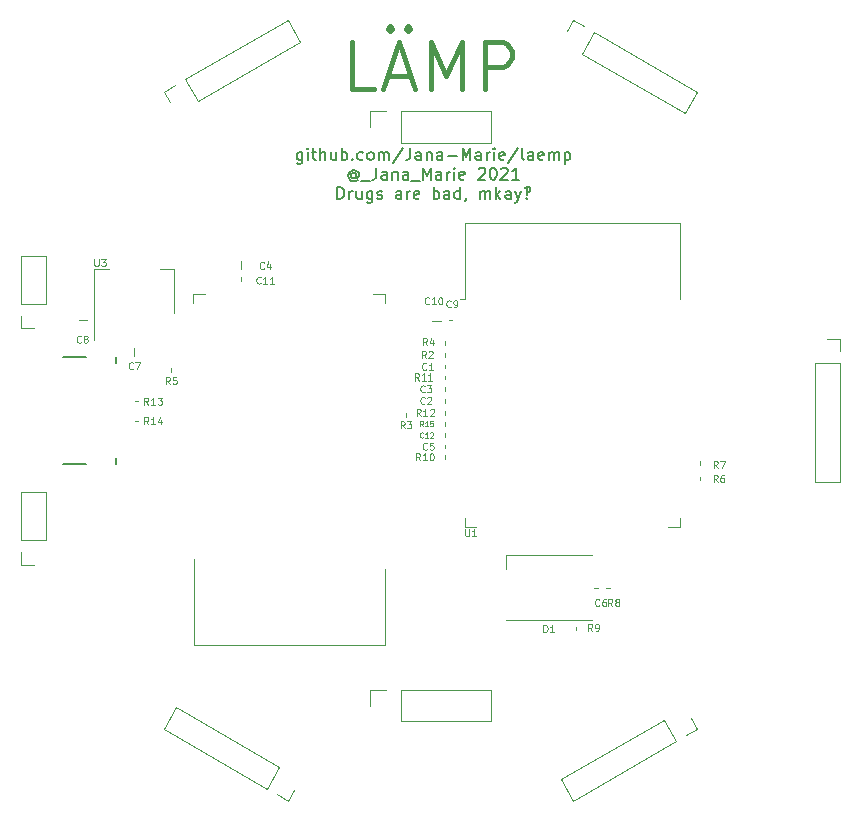
<source format=gto>
G04 #@! TF.GenerationSoftware,KiCad,Pcbnew,5.1.5+dfsg1-2build2*
G04 #@! TF.CreationDate,2021-12-29T19:23:25+01:00*
G04 #@! TF.ProjectId,hex_base,6865785f-6261-4736-952e-6b696361645f,rev?*
G04 #@! TF.SameCoordinates,Original*
G04 #@! TF.FileFunction,Legend,Top*
G04 #@! TF.FilePolarity,Positive*
%FSLAX46Y46*%
G04 Gerber Fmt 4.6, Leading zero omitted, Abs format (unit mm)*
G04 Created by KiCad (PCBNEW 5.1.5+dfsg1-2build2) date 2021-12-29 19:23:25*
%MOMM*%
%LPD*%
G04 APERTURE LIST*
%ADD10C,0.150000*%
%ADD11C,0.400000*%
%ADD12C,0.120000*%
%ADD13C,0.100000*%
G04 APERTURE END LIST*
D10*
X89130952Y-78135714D02*
X89130952Y-78945238D01*
X89083333Y-79040476D01*
X89035714Y-79088095D01*
X88940476Y-79135714D01*
X88797619Y-79135714D01*
X88702380Y-79088095D01*
X89130952Y-78754761D02*
X89035714Y-78802380D01*
X88845238Y-78802380D01*
X88750000Y-78754761D01*
X88702380Y-78707142D01*
X88654761Y-78611904D01*
X88654761Y-78326190D01*
X88702380Y-78230952D01*
X88750000Y-78183333D01*
X88845238Y-78135714D01*
X89035714Y-78135714D01*
X89130952Y-78183333D01*
X89607142Y-78802380D02*
X89607142Y-78135714D01*
X89607142Y-77802380D02*
X89559523Y-77850000D01*
X89607142Y-77897619D01*
X89654761Y-77850000D01*
X89607142Y-77802380D01*
X89607142Y-77897619D01*
X89940476Y-78135714D02*
X90321428Y-78135714D01*
X90083333Y-77802380D02*
X90083333Y-78659523D01*
X90130952Y-78754761D01*
X90226190Y-78802380D01*
X90321428Y-78802380D01*
X90654761Y-78802380D02*
X90654761Y-77802380D01*
X91083333Y-78802380D02*
X91083333Y-78278571D01*
X91035714Y-78183333D01*
X90940476Y-78135714D01*
X90797619Y-78135714D01*
X90702380Y-78183333D01*
X90654761Y-78230952D01*
X91988095Y-78135714D02*
X91988095Y-78802380D01*
X91559523Y-78135714D02*
X91559523Y-78659523D01*
X91607142Y-78754761D01*
X91702380Y-78802380D01*
X91845238Y-78802380D01*
X91940476Y-78754761D01*
X91988095Y-78707142D01*
X92464285Y-78802380D02*
X92464285Y-77802380D01*
X92464285Y-78183333D02*
X92559523Y-78135714D01*
X92750000Y-78135714D01*
X92845238Y-78183333D01*
X92892857Y-78230952D01*
X92940476Y-78326190D01*
X92940476Y-78611904D01*
X92892857Y-78707142D01*
X92845238Y-78754761D01*
X92750000Y-78802380D01*
X92559523Y-78802380D01*
X92464285Y-78754761D01*
X93369047Y-78707142D02*
X93416666Y-78754761D01*
X93369047Y-78802380D01*
X93321428Y-78754761D01*
X93369047Y-78707142D01*
X93369047Y-78802380D01*
X94273809Y-78754761D02*
X94178571Y-78802380D01*
X93988095Y-78802380D01*
X93892857Y-78754761D01*
X93845238Y-78707142D01*
X93797619Y-78611904D01*
X93797619Y-78326190D01*
X93845238Y-78230952D01*
X93892857Y-78183333D01*
X93988095Y-78135714D01*
X94178571Y-78135714D01*
X94273809Y-78183333D01*
X94845238Y-78802380D02*
X94750000Y-78754761D01*
X94702380Y-78707142D01*
X94654761Y-78611904D01*
X94654761Y-78326190D01*
X94702380Y-78230952D01*
X94750000Y-78183333D01*
X94845238Y-78135714D01*
X94988095Y-78135714D01*
X95083333Y-78183333D01*
X95130952Y-78230952D01*
X95178571Y-78326190D01*
X95178571Y-78611904D01*
X95130952Y-78707142D01*
X95083333Y-78754761D01*
X94988095Y-78802380D01*
X94845238Y-78802380D01*
X95607142Y-78802380D02*
X95607142Y-78135714D01*
X95607142Y-78230952D02*
X95654761Y-78183333D01*
X95750000Y-78135714D01*
X95892857Y-78135714D01*
X95988095Y-78183333D01*
X96035714Y-78278571D01*
X96035714Y-78802380D01*
X96035714Y-78278571D02*
X96083333Y-78183333D01*
X96178571Y-78135714D01*
X96321428Y-78135714D01*
X96416666Y-78183333D01*
X96464285Y-78278571D01*
X96464285Y-78802380D01*
X97654761Y-77754761D02*
X96797619Y-79040476D01*
X98273809Y-77802380D02*
X98273809Y-78516666D01*
X98226190Y-78659523D01*
X98130952Y-78754761D01*
X97988095Y-78802380D01*
X97892857Y-78802380D01*
X99178571Y-78802380D02*
X99178571Y-78278571D01*
X99130952Y-78183333D01*
X99035714Y-78135714D01*
X98845238Y-78135714D01*
X98750000Y-78183333D01*
X99178571Y-78754761D02*
X99083333Y-78802380D01*
X98845238Y-78802380D01*
X98750000Y-78754761D01*
X98702380Y-78659523D01*
X98702380Y-78564285D01*
X98750000Y-78469047D01*
X98845238Y-78421428D01*
X99083333Y-78421428D01*
X99178571Y-78373809D01*
X99654761Y-78135714D02*
X99654761Y-78802380D01*
X99654761Y-78230952D02*
X99702380Y-78183333D01*
X99797619Y-78135714D01*
X99940476Y-78135714D01*
X100035714Y-78183333D01*
X100083333Y-78278571D01*
X100083333Y-78802380D01*
X100988095Y-78802380D02*
X100988095Y-78278571D01*
X100940476Y-78183333D01*
X100845238Y-78135714D01*
X100654761Y-78135714D01*
X100559523Y-78183333D01*
X100988095Y-78754761D02*
X100892857Y-78802380D01*
X100654761Y-78802380D01*
X100559523Y-78754761D01*
X100511904Y-78659523D01*
X100511904Y-78564285D01*
X100559523Y-78469047D01*
X100654761Y-78421428D01*
X100892857Y-78421428D01*
X100988095Y-78373809D01*
X101464285Y-78421428D02*
X102226190Y-78421428D01*
X102702380Y-78802380D02*
X102702380Y-77802380D01*
X103035714Y-78516666D01*
X103369047Y-77802380D01*
X103369047Y-78802380D01*
X104273809Y-78802380D02*
X104273809Y-78278571D01*
X104226190Y-78183333D01*
X104130952Y-78135714D01*
X103940476Y-78135714D01*
X103845238Y-78183333D01*
X104273809Y-78754761D02*
X104178571Y-78802380D01*
X103940476Y-78802380D01*
X103845238Y-78754761D01*
X103797619Y-78659523D01*
X103797619Y-78564285D01*
X103845238Y-78469047D01*
X103940476Y-78421428D01*
X104178571Y-78421428D01*
X104273809Y-78373809D01*
X104750000Y-78802380D02*
X104750000Y-78135714D01*
X104750000Y-78326190D02*
X104797619Y-78230952D01*
X104845238Y-78183333D01*
X104940476Y-78135714D01*
X105035714Y-78135714D01*
X105369047Y-78802380D02*
X105369047Y-78135714D01*
X105369047Y-77802380D02*
X105321428Y-77850000D01*
X105369047Y-77897619D01*
X105416666Y-77850000D01*
X105369047Y-77802380D01*
X105369047Y-77897619D01*
X106226190Y-78754761D02*
X106130952Y-78802380D01*
X105940476Y-78802380D01*
X105845238Y-78754761D01*
X105797619Y-78659523D01*
X105797619Y-78278571D01*
X105845238Y-78183333D01*
X105940476Y-78135714D01*
X106130952Y-78135714D01*
X106226190Y-78183333D01*
X106273809Y-78278571D01*
X106273809Y-78373809D01*
X105797619Y-78469047D01*
X107416666Y-77754761D02*
X106559523Y-79040476D01*
X107892857Y-78802380D02*
X107797619Y-78754761D01*
X107750000Y-78659523D01*
X107750000Y-77802380D01*
X108702380Y-78802380D02*
X108702380Y-78278571D01*
X108654761Y-78183333D01*
X108559523Y-78135714D01*
X108369047Y-78135714D01*
X108273809Y-78183333D01*
X108702380Y-78754761D02*
X108607142Y-78802380D01*
X108369047Y-78802380D01*
X108273809Y-78754761D01*
X108226190Y-78659523D01*
X108226190Y-78564285D01*
X108273809Y-78469047D01*
X108369047Y-78421428D01*
X108607142Y-78421428D01*
X108702380Y-78373809D01*
X109559523Y-78754761D02*
X109464285Y-78802380D01*
X109273809Y-78802380D01*
X109178571Y-78754761D01*
X109130952Y-78659523D01*
X109130952Y-78278571D01*
X109178571Y-78183333D01*
X109273809Y-78135714D01*
X109464285Y-78135714D01*
X109559523Y-78183333D01*
X109607142Y-78278571D01*
X109607142Y-78373809D01*
X109130952Y-78469047D01*
X110035714Y-78802380D02*
X110035714Y-78135714D01*
X110035714Y-78230952D02*
X110083333Y-78183333D01*
X110178571Y-78135714D01*
X110321428Y-78135714D01*
X110416666Y-78183333D01*
X110464285Y-78278571D01*
X110464285Y-78802380D01*
X110464285Y-78278571D02*
X110511904Y-78183333D01*
X110607142Y-78135714D01*
X110750000Y-78135714D01*
X110845238Y-78183333D01*
X110892857Y-78278571D01*
X110892857Y-78802380D01*
X111369047Y-78135714D02*
X111369047Y-79135714D01*
X111369047Y-78183333D02*
X111464285Y-78135714D01*
X111654761Y-78135714D01*
X111750000Y-78183333D01*
X111797619Y-78230952D01*
X111845238Y-78326190D01*
X111845238Y-78611904D01*
X111797619Y-78707142D01*
X111750000Y-78754761D01*
X111654761Y-78802380D01*
X111464285Y-78802380D01*
X111369047Y-78754761D01*
X93678571Y-79976190D02*
X93630952Y-79928571D01*
X93535714Y-79880952D01*
X93440476Y-79880952D01*
X93345238Y-79928571D01*
X93297619Y-79976190D01*
X93250000Y-80071428D01*
X93250000Y-80166666D01*
X93297619Y-80261904D01*
X93345238Y-80309523D01*
X93440476Y-80357142D01*
X93535714Y-80357142D01*
X93630952Y-80309523D01*
X93678571Y-80261904D01*
X93678571Y-79880952D02*
X93678571Y-80261904D01*
X93726190Y-80309523D01*
X93773809Y-80309523D01*
X93869047Y-80261904D01*
X93916666Y-80166666D01*
X93916666Y-79928571D01*
X93821428Y-79785714D01*
X93678571Y-79690476D01*
X93488095Y-79642857D01*
X93297619Y-79690476D01*
X93154761Y-79785714D01*
X93059523Y-79928571D01*
X93011904Y-80119047D01*
X93059523Y-80309523D01*
X93154761Y-80452380D01*
X93297619Y-80547619D01*
X93488095Y-80595238D01*
X93678571Y-80547619D01*
X93821428Y-80452380D01*
X94107142Y-80547619D02*
X94869047Y-80547619D01*
X95392857Y-79452380D02*
X95392857Y-80166666D01*
X95345238Y-80309523D01*
X95250000Y-80404761D01*
X95107142Y-80452380D01*
X95011904Y-80452380D01*
X96297619Y-80452380D02*
X96297619Y-79928571D01*
X96250000Y-79833333D01*
X96154761Y-79785714D01*
X95964285Y-79785714D01*
X95869047Y-79833333D01*
X96297619Y-80404761D02*
X96202380Y-80452380D01*
X95964285Y-80452380D01*
X95869047Y-80404761D01*
X95821428Y-80309523D01*
X95821428Y-80214285D01*
X95869047Y-80119047D01*
X95964285Y-80071428D01*
X96202380Y-80071428D01*
X96297619Y-80023809D01*
X96773809Y-79785714D02*
X96773809Y-80452380D01*
X96773809Y-79880952D02*
X96821428Y-79833333D01*
X96916666Y-79785714D01*
X97059523Y-79785714D01*
X97154761Y-79833333D01*
X97202380Y-79928571D01*
X97202380Y-80452380D01*
X98107142Y-80452380D02*
X98107142Y-79928571D01*
X98059523Y-79833333D01*
X97964285Y-79785714D01*
X97773809Y-79785714D01*
X97678571Y-79833333D01*
X98107142Y-80404761D02*
X98011904Y-80452380D01*
X97773809Y-80452380D01*
X97678571Y-80404761D01*
X97630952Y-80309523D01*
X97630952Y-80214285D01*
X97678571Y-80119047D01*
X97773809Y-80071428D01*
X98011904Y-80071428D01*
X98107142Y-80023809D01*
X98345238Y-80547619D02*
X99107142Y-80547619D01*
X99345238Y-80452380D02*
X99345238Y-79452380D01*
X99678571Y-80166666D01*
X100011904Y-79452380D01*
X100011904Y-80452380D01*
X100916666Y-80452380D02*
X100916666Y-79928571D01*
X100869047Y-79833333D01*
X100773809Y-79785714D01*
X100583333Y-79785714D01*
X100488095Y-79833333D01*
X100916666Y-80404761D02*
X100821428Y-80452380D01*
X100583333Y-80452380D01*
X100488095Y-80404761D01*
X100440476Y-80309523D01*
X100440476Y-80214285D01*
X100488095Y-80119047D01*
X100583333Y-80071428D01*
X100821428Y-80071428D01*
X100916666Y-80023809D01*
X101392857Y-80452380D02*
X101392857Y-79785714D01*
X101392857Y-79976190D02*
X101440476Y-79880952D01*
X101488095Y-79833333D01*
X101583333Y-79785714D01*
X101678571Y-79785714D01*
X102011904Y-80452380D02*
X102011904Y-79785714D01*
X102011904Y-79452380D02*
X101964285Y-79500000D01*
X102011904Y-79547619D01*
X102059523Y-79500000D01*
X102011904Y-79452380D01*
X102011904Y-79547619D01*
X102869047Y-80404761D02*
X102773809Y-80452380D01*
X102583333Y-80452380D01*
X102488095Y-80404761D01*
X102440476Y-80309523D01*
X102440476Y-79928571D01*
X102488095Y-79833333D01*
X102583333Y-79785714D01*
X102773809Y-79785714D01*
X102869047Y-79833333D01*
X102916666Y-79928571D01*
X102916666Y-80023809D01*
X102440476Y-80119047D01*
X104059523Y-79547619D02*
X104107142Y-79500000D01*
X104202380Y-79452380D01*
X104440476Y-79452380D01*
X104535714Y-79500000D01*
X104583333Y-79547619D01*
X104630952Y-79642857D01*
X104630952Y-79738095D01*
X104583333Y-79880952D01*
X104011904Y-80452380D01*
X104630952Y-80452380D01*
X105250000Y-79452380D02*
X105345238Y-79452380D01*
X105440476Y-79500000D01*
X105488095Y-79547619D01*
X105535714Y-79642857D01*
X105583333Y-79833333D01*
X105583333Y-80071428D01*
X105535714Y-80261904D01*
X105488095Y-80357142D01*
X105440476Y-80404761D01*
X105345238Y-80452380D01*
X105250000Y-80452380D01*
X105154761Y-80404761D01*
X105107142Y-80357142D01*
X105059523Y-80261904D01*
X105011904Y-80071428D01*
X105011904Y-79833333D01*
X105059523Y-79642857D01*
X105107142Y-79547619D01*
X105154761Y-79500000D01*
X105250000Y-79452380D01*
X105964285Y-79547619D02*
X106011904Y-79500000D01*
X106107142Y-79452380D01*
X106345238Y-79452380D01*
X106440476Y-79500000D01*
X106488095Y-79547619D01*
X106535714Y-79642857D01*
X106535714Y-79738095D01*
X106488095Y-79880952D01*
X105916666Y-80452380D01*
X106535714Y-80452380D01*
X107488095Y-80452380D02*
X106916666Y-80452380D01*
X107202380Y-80452380D02*
X107202380Y-79452380D01*
X107107142Y-79595238D01*
X107011904Y-79690476D01*
X106916666Y-79738095D01*
X92107142Y-82102380D02*
X92107142Y-81102380D01*
X92345238Y-81102380D01*
X92488095Y-81150000D01*
X92583333Y-81245238D01*
X92630952Y-81340476D01*
X92678571Y-81530952D01*
X92678571Y-81673809D01*
X92630952Y-81864285D01*
X92583333Y-81959523D01*
X92488095Y-82054761D01*
X92345238Y-82102380D01*
X92107142Y-82102380D01*
X93107142Y-82102380D02*
X93107142Y-81435714D01*
X93107142Y-81626190D02*
X93154761Y-81530952D01*
X93202380Y-81483333D01*
X93297619Y-81435714D01*
X93392857Y-81435714D01*
X94154761Y-81435714D02*
X94154761Y-82102380D01*
X93726190Y-81435714D02*
X93726190Y-81959523D01*
X93773809Y-82054761D01*
X93869047Y-82102380D01*
X94011904Y-82102380D01*
X94107142Y-82054761D01*
X94154761Y-82007142D01*
X95059523Y-81435714D02*
X95059523Y-82245238D01*
X95011904Y-82340476D01*
X94964285Y-82388095D01*
X94869047Y-82435714D01*
X94726190Y-82435714D01*
X94630952Y-82388095D01*
X95059523Y-82054761D02*
X94964285Y-82102380D01*
X94773809Y-82102380D01*
X94678571Y-82054761D01*
X94630952Y-82007142D01*
X94583333Y-81911904D01*
X94583333Y-81626190D01*
X94630952Y-81530952D01*
X94678571Y-81483333D01*
X94773809Y-81435714D01*
X94964285Y-81435714D01*
X95059523Y-81483333D01*
X95488095Y-82054761D02*
X95583333Y-82102380D01*
X95773809Y-82102380D01*
X95869047Y-82054761D01*
X95916666Y-81959523D01*
X95916666Y-81911904D01*
X95869047Y-81816666D01*
X95773809Y-81769047D01*
X95630952Y-81769047D01*
X95535714Y-81721428D01*
X95488095Y-81626190D01*
X95488095Y-81578571D01*
X95535714Y-81483333D01*
X95630952Y-81435714D01*
X95773809Y-81435714D01*
X95869047Y-81483333D01*
X97535714Y-82102380D02*
X97535714Y-81578571D01*
X97488095Y-81483333D01*
X97392857Y-81435714D01*
X97202380Y-81435714D01*
X97107142Y-81483333D01*
X97535714Y-82054761D02*
X97440476Y-82102380D01*
X97202380Y-82102380D01*
X97107142Y-82054761D01*
X97059523Y-81959523D01*
X97059523Y-81864285D01*
X97107142Y-81769047D01*
X97202380Y-81721428D01*
X97440476Y-81721428D01*
X97535714Y-81673809D01*
X98011904Y-82102380D02*
X98011904Y-81435714D01*
X98011904Y-81626190D02*
X98059523Y-81530952D01*
X98107142Y-81483333D01*
X98202380Y-81435714D01*
X98297619Y-81435714D01*
X99011904Y-82054761D02*
X98916666Y-82102380D01*
X98726190Y-82102380D01*
X98630952Y-82054761D01*
X98583333Y-81959523D01*
X98583333Y-81578571D01*
X98630952Y-81483333D01*
X98726190Y-81435714D01*
X98916666Y-81435714D01*
X99011904Y-81483333D01*
X99059523Y-81578571D01*
X99059523Y-81673809D01*
X98583333Y-81769047D01*
X100250000Y-82102380D02*
X100250000Y-81102380D01*
X100250000Y-81483333D02*
X100345238Y-81435714D01*
X100535714Y-81435714D01*
X100630952Y-81483333D01*
X100678571Y-81530952D01*
X100726190Y-81626190D01*
X100726190Y-81911904D01*
X100678571Y-82007142D01*
X100630952Y-82054761D01*
X100535714Y-82102380D01*
X100345238Y-82102380D01*
X100250000Y-82054761D01*
X101583333Y-82102380D02*
X101583333Y-81578571D01*
X101535714Y-81483333D01*
X101440476Y-81435714D01*
X101250000Y-81435714D01*
X101154761Y-81483333D01*
X101583333Y-82054761D02*
X101488095Y-82102380D01*
X101250000Y-82102380D01*
X101154761Y-82054761D01*
X101107142Y-81959523D01*
X101107142Y-81864285D01*
X101154761Y-81769047D01*
X101250000Y-81721428D01*
X101488095Y-81721428D01*
X101583333Y-81673809D01*
X102488095Y-82102380D02*
X102488095Y-81102380D01*
X102488095Y-82054761D02*
X102392857Y-82102380D01*
X102202380Y-82102380D01*
X102107142Y-82054761D01*
X102059523Y-82007142D01*
X102011904Y-81911904D01*
X102011904Y-81626190D01*
X102059523Y-81530952D01*
X102107142Y-81483333D01*
X102202380Y-81435714D01*
X102392857Y-81435714D01*
X102488095Y-81483333D01*
X103011904Y-82054761D02*
X103011904Y-82102380D01*
X102964285Y-82197619D01*
X102916666Y-82245238D01*
X104202380Y-82102380D02*
X104202380Y-81435714D01*
X104202380Y-81530952D02*
X104250000Y-81483333D01*
X104345238Y-81435714D01*
X104488095Y-81435714D01*
X104583333Y-81483333D01*
X104630952Y-81578571D01*
X104630952Y-82102380D01*
X104630952Y-81578571D02*
X104678571Y-81483333D01*
X104773809Y-81435714D01*
X104916666Y-81435714D01*
X105011904Y-81483333D01*
X105059523Y-81578571D01*
X105059523Y-82102380D01*
X105535714Y-82102380D02*
X105535714Y-81102380D01*
X105630952Y-81721428D02*
X105916666Y-82102380D01*
X105916666Y-81435714D02*
X105535714Y-81816666D01*
X106773809Y-82102380D02*
X106773809Y-81578571D01*
X106726190Y-81483333D01*
X106630952Y-81435714D01*
X106440476Y-81435714D01*
X106345238Y-81483333D01*
X106773809Y-82054761D02*
X106678571Y-82102380D01*
X106440476Y-82102380D01*
X106345238Y-82054761D01*
X106297619Y-81959523D01*
X106297619Y-81864285D01*
X106345238Y-81769047D01*
X106440476Y-81721428D01*
X106678571Y-81721428D01*
X106773809Y-81673809D01*
X107154761Y-81435714D02*
X107392857Y-82102380D01*
X107630952Y-81435714D02*
X107392857Y-82102380D01*
X107297619Y-82340476D01*
X107250000Y-82388095D01*
X107154761Y-82435714D01*
X108154761Y-81102380D02*
X108154761Y-81721428D01*
X108154761Y-82007142D02*
X108202380Y-82054761D01*
X108154761Y-82102380D01*
X108107142Y-82054761D01*
X108154761Y-82007142D01*
X108154761Y-82102380D01*
X108154761Y-82007142D02*
X108202380Y-82054761D01*
X108154761Y-82102380D01*
X108107142Y-82054761D01*
X108154761Y-82007142D01*
X108154761Y-82102380D01*
X107964285Y-81150000D02*
X108059523Y-81102380D01*
X108297619Y-81102380D01*
X108392857Y-81150000D01*
X108440476Y-81245238D01*
X108440476Y-81340476D01*
X108392857Y-81435714D01*
X108345238Y-81483333D01*
X108250000Y-81530952D01*
X108202380Y-81578571D01*
X108154761Y-81673809D01*
X108154761Y-81721428D01*
X107964285Y-81150000D02*
X108059523Y-81102380D01*
X108297619Y-81102380D01*
X108392857Y-81150000D01*
X108440476Y-81245238D01*
X108440476Y-81340476D01*
X108392857Y-81435714D01*
X108345238Y-81483333D01*
X108250000Y-81530952D01*
X108202380Y-81578571D01*
X108154761Y-81673809D01*
X108154761Y-81721428D01*
D11*
X95238095Y-72809523D02*
X93333333Y-72809523D01*
X93333333Y-68809523D01*
X96380952Y-71666666D02*
X98285714Y-71666666D01*
X96000000Y-72809523D02*
X97333333Y-68809523D01*
X98666666Y-72809523D01*
X96571428Y-67476190D02*
X96761904Y-67666666D01*
X96571428Y-67857142D01*
X96380952Y-67666666D01*
X96571428Y-67476190D01*
X96571428Y-67857142D01*
X98095238Y-67476190D02*
X98285714Y-67666666D01*
X98095238Y-67857142D01*
X97904761Y-67666666D01*
X98095238Y-67476190D01*
X98095238Y-67857142D01*
X100000000Y-72809523D02*
X100000000Y-68809523D01*
X101333333Y-71666666D01*
X102666666Y-68809523D01*
X102666666Y-72809523D01*
X104571428Y-72809523D02*
X104571428Y-68809523D01*
X106095238Y-68809523D01*
X106476190Y-69000000D01*
X106666666Y-69190476D01*
X106857142Y-69571428D01*
X106857142Y-70142857D01*
X106666666Y-70523809D01*
X106476190Y-70714285D01*
X106095238Y-70904761D01*
X104571428Y-70904761D01*
D12*
X101200000Y-101000000D02*
X101200000Y-101300000D01*
X101200000Y-101950000D02*
X101200000Y-102250000D01*
X94860000Y-125000000D02*
X94860000Y-123670000D01*
X94860000Y-123670000D02*
X96190000Y-123670000D01*
X97460000Y-123670000D02*
X105140000Y-123670000D01*
X105140000Y-126330000D02*
X105140000Y-123670000D01*
X97460000Y-126330000D02*
X105140000Y-126330000D01*
X97460000Y-126330000D02*
X97460000Y-123670000D01*
X94860000Y-76000000D02*
X94860000Y-74670000D01*
X94860000Y-74670000D02*
X96190000Y-74670000D01*
X97460000Y-74670000D02*
X105140000Y-74670000D01*
X105140000Y-77330000D02*
X105140000Y-74670000D01*
X97460000Y-77330000D02*
X105140000Y-77330000D01*
X97460000Y-77330000D02*
X97460000Y-74670000D01*
X88448114Y-132130000D02*
X87918114Y-133047987D01*
X87918114Y-133047987D02*
X87000127Y-132517987D01*
X86134102Y-132017987D02*
X77421886Y-126987987D01*
X78481886Y-125152013D02*
X77421886Y-126987987D01*
X87194102Y-130182013D02*
X78481886Y-125152013D01*
X87194102Y-130182013D02*
X86134102Y-132017987D01*
X122048114Y-126070000D02*
X122578114Y-126987987D01*
X122578114Y-126987987D02*
X121660127Y-127517987D01*
X120794102Y-128017987D02*
X112081886Y-133047987D01*
X111021886Y-131212013D02*
X112081886Y-133047987D01*
X119734102Y-126182013D02*
X111021886Y-131212013D01*
X119734102Y-126182013D02*
X120794102Y-128017987D01*
X133600000Y-93940000D02*
X134660000Y-93940000D01*
X134660000Y-93940000D02*
X134660000Y-95000000D01*
X134660000Y-96000000D02*
X134660000Y-106060000D01*
X132540000Y-106060000D02*
X134660000Y-106060000D01*
X132540000Y-96000000D02*
X132540000Y-106060000D01*
X132540000Y-96000000D02*
X134660000Y-96000000D01*
X111551886Y-67870000D02*
X112081886Y-66952013D01*
X112081886Y-66952013D02*
X112999873Y-67482013D01*
X113865898Y-67982013D02*
X122578114Y-73012013D01*
X121518114Y-74847987D02*
X122578114Y-73012013D01*
X112805898Y-69817987D02*
X121518114Y-74847987D01*
X112805898Y-69817987D02*
X113865898Y-67982013D01*
X77951886Y-73930000D02*
X77421886Y-73012013D01*
X77421886Y-73012013D02*
X78339873Y-72482013D01*
X79205898Y-71982013D02*
X87918114Y-66952013D01*
X88978114Y-68787987D02*
X87918114Y-66952013D01*
X80265898Y-73817987D02*
X88978114Y-68787987D01*
X80265898Y-73817987D02*
X79205898Y-71982013D01*
X66400000Y-93060000D02*
X65340000Y-93060000D01*
X65340000Y-93060000D02*
X65340000Y-92000000D01*
X65340000Y-91000000D02*
X65340000Y-86940000D01*
X67460000Y-86940000D02*
X65340000Y-86940000D01*
X67460000Y-91000000D02*
X67460000Y-86940000D01*
X67460000Y-91000000D02*
X65340000Y-91000000D01*
X66400000Y-113060000D02*
X65340000Y-113060000D01*
X65340000Y-113060000D02*
X65340000Y-112000000D01*
X65340000Y-111000000D02*
X65340000Y-106940000D01*
X67460000Y-106940000D02*
X65340000Y-106940000D01*
X67460000Y-111000000D02*
X67460000Y-106940000D01*
X67460000Y-111000000D02*
X65340000Y-111000000D01*
X83925000Y-88725000D02*
X83925000Y-89025000D01*
X100850000Y-92400000D02*
X100150000Y-92400000D01*
X101825000Y-92375000D02*
X101525000Y-92375000D01*
X71490000Y-94025000D02*
X71490000Y-88015000D01*
X78310000Y-91775000D02*
X78310000Y-88015000D01*
X71490000Y-88015000D02*
X72750000Y-88015000D01*
X78310000Y-88015000D02*
X77050000Y-88015000D01*
X96120000Y-119865000D02*
X96120000Y-113445000D01*
X80000000Y-119865000D02*
X80000000Y-112580000D01*
X96120000Y-119865000D02*
X80000000Y-119865000D01*
X79880000Y-90120000D02*
X80880000Y-90120000D01*
X79880000Y-90900000D02*
X79880000Y-90120000D01*
X96120000Y-90120000D02*
X95120000Y-90120000D01*
X96120000Y-90900000D02*
X96120000Y-90120000D01*
X102880000Y-90555000D02*
X102500000Y-90555000D01*
X102880000Y-84135000D02*
X102880000Y-90555000D01*
X121120000Y-84135000D02*
X121120000Y-90555000D01*
X102880000Y-84135000D02*
X121120000Y-84135000D01*
X121120000Y-109880000D02*
X120120000Y-109880000D01*
X121120000Y-109100000D02*
X121120000Y-109880000D01*
X102880000Y-109880000D02*
X103880000Y-109880000D01*
X102880000Y-109100000D02*
X102880000Y-109880000D01*
X75250000Y-100900000D02*
X74950000Y-100900000D01*
X74950000Y-99200000D02*
X75250000Y-99200000D01*
X101200000Y-100050000D02*
X101200000Y-100350000D01*
X101200000Y-97050000D02*
X101200000Y-97350000D01*
X101200000Y-103800000D02*
X101200000Y-104100000D01*
X112350000Y-118600000D02*
X112350000Y-118300000D01*
X114850000Y-115000000D02*
X115150000Y-115000000D01*
X122825000Y-104600000D02*
X122825000Y-104300000D01*
X122800000Y-105900000D02*
X122800000Y-105600000D01*
X78025000Y-96750000D02*
X78025000Y-96450000D01*
X101250000Y-94450000D02*
X101250000Y-94150000D01*
X97900000Y-100225000D02*
X97900000Y-100525000D01*
X101200000Y-95450000D02*
X101200000Y-95150000D01*
D10*
X73350000Y-104000000D02*
X73350000Y-104500000D01*
X73350000Y-95500000D02*
X73350000Y-96000000D01*
X70850000Y-95500000D02*
X68850000Y-95500000D01*
X68850000Y-104500000D02*
X70850000Y-104500000D01*
D12*
X106350000Y-112250000D02*
X106350000Y-113400000D01*
X113650000Y-112250000D02*
X106350000Y-112250000D01*
X113650000Y-117750000D02*
X106350000Y-117750000D01*
X70250000Y-92325000D02*
X70950000Y-92325000D01*
X74900000Y-94675000D02*
X74900000Y-95375000D01*
X113850000Y-115000000D02*
X114150000Y-115000000D01*
X101200000Y-102900000D02*
X101200000Y-103200000D01*
X83925000Y-87350000D02*
X83925000Y-88050000D01*
X101200000Y-98050000D02*
X101200000Y-98350000D01*
X101200000Y-99050000D02*
X101200000Y-99350000D01*
X101200000Y-96150000D02*
X101200000Y-96450000D01*
D13*
X99360714Y-101353571D02*
X99210714Y-101139285D01*
X99103571Y-101353571D02*
X99103571Y-100903571D01*
X99275000Y-100903571D01*
X99317857Y-100925000D01*
X99339285Y-100946428D01*
X99360714Y-100989285D01*
X99360714Y-101053571D01*
X99339285Y-101096428D01*
X99317857Y-101117857D01*
X99275000Y-101139285D01*
X99103571Y-101139285D01*
X99789285Y-101353571D02*
X99532142Y-101353571D01*
X99660714Y-101353571D02*
X99660714Y-100903571D01*
X99617857Y-100967857D01*
X99575000Y-101010714D01*
X99532142Y-101032142D01*
X100196428Y-100903571D02*
X99982142Y-100903571D01*
X99960714Y-101117857D01*
X99982142Y-101096428D01*
X100025000Y-101075000D01*
X100132142Y-101075000D01*
X100175000Y-101096428D01*
X100196428Y-101117857D01*
X100217857Y-101160714D01*
X100217857Y-101267857D01*
X100196428Y-101310714D01*
X100175000Y-101332142D01*
X100132142Y-101353571D01*
X100025000Y-101353571D01*
X99982142Y-101332142D01*
X99960714Y-101310714D01*
X99360714Y-102260714D02*
X99339285Y-102282142D01*
X99275000Y-102303571D01*
X99232142Y-102303571D01*
X99167857Y-102282142D01*
X99125000Y-102239285D01*
X99103571Y-102196428D01*
X99082142Y-102110714D01*
X99082142Y-102046428D01*
X99103571Y-101960714D01*
X99125000Y-101917857D01*
X99167857Y-101875000D01*
X99232142Y-101853571D01*
X99275000Y-101853571D01*
X99339285Y-101875000D01*
X99360714Y-101896428D01*
X99789285Y-102303571D02*
X99532142Y-102303571D01*
X99660714Y-102303571D02*
X99660714Y-101853571D01*
X99617857Y-101917857D01*
X99575000Y-101960714D01*
X99532142Y-101982142D01*
X99960714Y-101896428D02*
X99982142Y-101875000D01*
X100025000Y-101853571D01*
X100132142Y-101853571D01*
X100175000Y-101875000D01*
X100196428Y-101896428D01*
X100217857Y-101939285D01*
X100217857Y-101982142D01*
X100196428Y-102046428D01*
X99939285Y-102303571D01*
X100217857Y-102303571D01*
X85614285Y-89214285D02*
X85585714Y-89242857D01*
X85500000Y-89271428D01*
X85442857Y-89271428D01*
X85357142Y-89242857D01*
X85300000Y-89185714D01*
X85271428Y-89128571D01*
X85242857Y-89014285D01*
X85242857Y-88928571D01*
X85271428Y-88814285D01*
X85300000Y-88757142D01*
X85357142Y-88700000D01*
X85442857Y-88671428D01*
X85500000Y-88671428D01*
X85585714Y-88700000D01*
X85614285Y-88728571D01*
X86185714Y-89271428D02*
X85842857Y-89271428D01*
X86014285Y-89271428D02*
X86014285Y-88671428D01*
X85957142Y-88757142D01*
X85900000Y-88814285D01*
X85842857Y-88842857D01*
X86757142Y-89271428D02*
X86414285Y-89271428D01*
X86585714Y-89271428D02*
X86585714Y-88671428D01*
X86528571Y-88757142D01*
X86471428Y-88814285D01*
X86414285Y-88842857D01*
X99864285Y-90964285D02*
X99835714Y-90992857D01*
X99750000Y-91021428D01*
X99692857Y-91021428D01*
X99607142Y-90992857D01*
X99550000Y-90935714D01*
X99521428Y-90878571D01*
X99492857Y-90764285D01*
X99492857Y-90678571D01*
X99521428Y-90564285D01*
X99550000Y-90507142D01*
X99607142Y-90450000D01*
X99692857Y-90421428D01*
X99750000Y-90421428D01*
X99835714Y-90450000D01*
X99864285Y-90478571D01*
X100435714Y-91021428D02*
X100092857Y-91021428D01*
X100264285Y-91021428D02*
X100264285Y-90421428D01*
X100207142Y-90507142D01*
X100150000Y-90564285D01*
X100092857Y-90592857D01*
X100807142Y-90421428D02*
X100864285Y-90421428D01*
X100921428Y-90450000D01*
X100950000Y-90478571D01*
X100978571Y-90535714D01*
X101007142Y-90650000D01*
X101007142Y-90792857D01*
X100978571Y-90907142D01*
X100950000Y-90964285D01*
X100921428Y-90992857D01*
X100864285Y-91021428D01*
X100807142Y-91021428D01*
X100750000Y-90992857D01*
X100721428Y-90964285D01*
X100692857Y-90907142D01*
X100664285Y-90792857D01*
X100664285Y-90650000D01*
X100692857Y-90535714D01*
X100721428Y-90478571D01*
X100750000Y-90450000D01*
X100807142Y-90421428D01*
X101700000Y-91214285D02*
X101671428Y-91242857D01*
X101585714Y-91271428D01*
X101528571Y-91271428D01*
X101442857Y-91242857D01*
X101385714Y-91185714D01*
X101357142Y-91128571D01*
X101328571Y-91014285D01*
X101328571Y-90928571D01*
X101357142Y-90814285D01*
X101385714Y-90757142D01*
X101442857Y-90700000D01*
X101528571Y-90671428D01*
X101585714Y-90671428D01*
X101671428Y-90700000D01*
X101700000Y-90728571D01*
X101985714Y-91271428D02*
X102100000Y-91271428D01*
X102157142Y-91242857D01*
X102185714Y-91214285D01*
X102242857Y-91128571D01*
X102271428Y-91014285D01*
X102271428Y-90785714D01*
X102242857Y-90728571D01*
X102214285Y-90700000D01*
X102157142Y-90671428D01*
X102042857Y-90671428D01*
X101985714Y-90700000D01*
X101957142Y-90728571D01*
X101928571Y-90785714D01*
X101928571Y-90928571D01*
X101957142Y-90985714D01*
X101985714Y-91014285D01*
X102042857Y-91042857D01*
X102157142Y-91042857D01*
X102214285Y-91014285D01*
X102242857Y-90985714D01*
X102271428Y-90928571D01*
X71542857Y-87171428D02*
X71542857Y-87657142D01*
X71571428Y-87714285D01*
X71600000Y-87742857D01*
X71657142Y-87771428D01*
X71771428Y-87771428D01*
X71828571Y-87742857D01*
X71857142Y-87714285D01*
X71885714Y-87657142D01*
X71885714Y-87171428D01*
X72114285Y-87171428D02*
X72485714Y-87171428D01*
X72285714Y-87400000D01*
X72371428Y-87400000D01*
X72428571Y-87428571D01*
X72457142Y-87457142D01*
X72485714Y-87514285D01*
X72485714Y-87657142D01*
X72457142Y-87714285D01*
X72428571Y-87742857D01*
X72371428Y-87771428D01*
X72200000Y-87771428D01*
X72142857Y-87742857D01*
X72114285Y-87714285D01*
X102942857Y-110071428D02*
X102942857Y-110557142D01*
X102971428Y-110614285D01*
X103000000Y-110642857D01*
X103057142Y-110671428D01*
X103171428Y-110671428D01*
X103228571Y-110642857D01*
X103257142Y-110614285D01*
X103285714Y-110557142D01*
X103285714Y-110071428D01*
X103885714Y-110671428D02*
X103542857Y-110671428D01*
X103714285Y-110671428D02*
X103714285Y-110071428D01*
X103657142Y-110157142D01*
X103600000Y-110214285D01*
X103542857Y-110242857D01*
X76114285Y-101171428D02*
X75914285Y-100885714D01*
X75771428Y-101171428D02*
X75771428Y-100571428D01*
X76000000Y-100571428D01*
X76057142Y-100600000D01*
X76085714Y-100628571D01*
X76114285Y-100685714D01*
X76114285Y-100771428D01*
X76085714Y-100828571D01*
X76057142Y-100857142D01*
X76000000Y-100885714D01*
X75771428Y-100885714D01*
X76685714Y-101171428D02*
X76342857Y-101171428D01*
X76514285Y-101171428D02*
X76514285Y-100571428D01*
X76457142Y-100657142D01*
X76400000Y-100714285D01*
X76342857Y-100742857D01*
X77200000Y-100771428D02*
X77200000Y-101171428D01*
X77057142Y-100542857D02*
X76914285Y-100971428D01*
X77285714Y-100971428D01*
X76114285Y-99521428D02*
X75914285Y-99235714D01*
X75771428Y-99521428D02*
X75771428Y-98921428D01*
X76000000Y-98921428D01*
X76057142Y-98950000D01*
X76085714Y-98978571D01*
X76114285Y-99035714D01*
X76114285Y-99121428D01*
X76085714Y-99178571D01*
X76057142Y-99207142D01*
X76000000Y-99235714D01*
X75771428Y-99235714D01*
X76685714Y-99521428D02*
X76342857Y-99521428D01*
X76514285Y-99521428D02*
X76514285Y-98921428D01*
X76457142Y-99007142D01*
X76400000Y-99064285D01*
X76342857Y-99092857D01*
X76885714Y-98921428D02*
X77257142Y-98921428D01*
X77057142Y-99150000D01*
X77142857Y-99150000D01*
X77200000Y-99178571D01*
X77228571Y-99207142D01*
X77257142Y-99264285D01*
X77257142Y-99407142D01*
X77228571Y-99464285D01*
X77200000Y-99492857D01*
X77142857Y-99521428D01*
X76971428Y-99521428D01*
X76914285Y-99492857D01*
X76885714Y-99464285D01*
X99164285Y-100471428D02*
X98964285Y-100185714D01*
X98821428Y-100471428D02*
X98821428Y-99871428D01*
X99050000Y-99871428D01*
X99107142Y-99900000D01*
X99135714Y-99928571D01*
X99164285Y-99985714D01*
X99164285Y-100071428D01*
X99135714Y-100128571D01*
X99107142Y-100157142D01*
X99050000Y-100185714D01*
X98821428Y-100185714D01*
X99735714Y-100471428D02*
X99392857Y-100471428D01*
X99564285Y-100471428D02*
X99564285Y-99871428D01*
X99507142Y-99957142D01*
X99450000Y-100014285D01*
X99392857Y-100042857D01*
X99964285Y-99928571D02*
X99992857Y-99900000D01*
X100050000Y-99871428D01*
X100192857Y-99871428D01*
X100250000Y-99900000D01*
X100278571Y-99928571D01*
X100307142Y-99985714D01*
X100307142Y-100042857D01*
X100278571Y-100128571D01*
X99935714Y-100471428D01*
X100307142Y-100471428D01*
X99014285Y-97471428D02*
X98814285Y-97185714D01*
X98671428Y-97471428D02*
X98671428Y-96871428D01*
X98900000Y-96871428D01*
X98957142Y-96900000D01*
X98985714Y-96928571D01*
X99014285Y-96985714D01*
X99014285Y-97071428D01*
X98985714Y-97128571D01*
X98957142Y-97157142D01*
X98900000Y-97185714D01*
X98671428Y-97185714D01*
X99585714Y-97471428D02*
X99242857Y-97471428D01*
X99414285Y-97471428D02*
X99414285Y-96871428D01*
X99357142Y-96957142D01*
X99300000Y-97014285D01*
X99242857Y-97042857D01*
X100157142Y-97471428D02*
X99814285Y-97471428D01*
X99985714Y-97471428D02*
X99985714Y-96871428D01*
X99928571Y-96957142D01*
X99871428Y-97014285D01*
X99814285Y-97042857D01*
X99114285Y-104221428D02*
X98914285Y-103935714D01*
X98771428Y-104221428D02*
X98771428Y-103621428D01*
X99000000Y-103621428D01*
X99057142Y-103650000D01*
X99085714Y-103678571D01*
X99114285Y-103735714D01*
X99114285Y-103821428D01*
X99085714Y-103878571D01*
X99057142Y-103907142D01*
X99000000Y-103935714D01*
X98771428Y-103935714D01*
X99685714Y-104221428D02*
X99342857Y-104221428D01*
X99514285Y-104221428D02*
X99514285Y-103621428D01*
X99457142Y-103707142D01*
X99400000Y-103764285D01*
X99342857Y-103792857D01*
X100057142Y-103621428D02*
X100114285Y-103621428D01*
X100171428Y-103650000D01*
X100200000Y-103678571D01*
X100228571Y-103735714D01*
X100257142Y-103850000D01*
X100257142Y-103992857D01*
X100228571Y-104107142D01*
X100200000Y-104164285D01*
X100171428Y-104192857D01*
X100114285Y-104221428D01*
X100057142Y-104221428D01*
X100000000Y-104192857D01*
X99971428Y-104164285D01*
X99942857Y-104107142D01*
X99914285Y-103992857D01*
X99914285Y-103850000D01*
X99942857Y-103735714D01*
X99971428Y-103678571D01*
X100000000Y-103650000D01*
X100057142Y-103621428D01*
X113700000Y-118671428D02*
X113500000Y-118385714D01*
X113357142Y-118671428D02*
X113357142Y-118071428D01*
X113585714Y-118071428D01*
X113642857Y-118100000D01*
X113671428Y-118128571D01*
X113700000Y-118185714D01*
X113700000Y-118271428D01*
X113671428Y-118328571D01*
X113642857Y-118357142D01*
X113585714Y-118385714D01*
X113357142Y-118385714D01*
X113985714Y-118671428D02*
X114100000Y-118671428D01*
X114157142Y-118642857D01*
X114185714Y-118614285D01*
X114242857Y-118528571D01*
X114271428Y-118414285D01*
X114271428Y-118185714D01*
X114242857Y-118128571D01*
X114214285Y-118100000D01*
X114157142Y-118071428D01*
X114042857Y-118071428D01*
X113985714Y-118100000D01*
X113957142Y-118128571D01*
X113928571Y-118185714D01*
X113928571Y-118328571D01*
X113957142Y-118385714D01*
X113985714Y-118414285D01*
X114042857Y-118442857D01*
X114157142Y-118442857D01*
X114214285Y-118414285D01*
X114242857Y-118385714D01*
X114271428Y-118328571D01*
X115400000Y-116571428D02*
X115200000Y-116285714D01*
X115057142Y-116571428D02*
X115057142Y-115971428D01*
X115285714Y-115971428D01*
X115342857Y-116000000D01*
X115371428Y-116028571D01*
X115400000Y-116085714D01*
X115400000Y-116171428D01*
X115371428Y-116228571D01*
X115342857Y-116257142D01*
X115285714Y-116285714D01*
X115057142Y-116285714D01*
X115742857Y-116228571D02*
X115685714Y-116200000D01*
X115657142Y-116171428D01*
X115628571Y-116114285D01*
X115628571Y-116085714D01*
X115657142Y-116028571D01*
X115685714Y-116000000D01*
X115742857Y-115971428D01*
X115857142Y-115971428D01*
X115914285Y-116000000D01*
X115942857Y-116028571D01*
X115971428Y-116085714D01*
X115971428Y-116114285D01*
X115942857Y-116171428D01*
X115914285Y-116200000D01*
X115857142Y-116228571D01*
X115742857Y-116228571D01*
X115685714Y-116257142D01*
X115657142Y-116285714D01*
X115628571Y-116342857D01*
X115628571Y-116457142D01*
X115657142Y-116514285D01*
X115685714Y-116542857D01*
X115742857Y-116571428D01*
X115857142Y-116571428D01*
X115914285Y-116542857D01*
X115942857Y-116514285D01*
X115971428Y-116457142D01*
X115971428Y-116342857D01*
X115942857Y-116285714D01*
X115914285Y-116257142D01*
X115857142Y-116228571D01*
X124300000Y-104871428D02*
X124100000Y-104585714D01*
X123957142Y-104871428D02*
X123957142Y-104271428D01*
X124185714Y-104271428D01*
X124242857Y-104300000D01*
X124271428Y-104328571D01*
X124300000Y-104385714D01*
X124300000Y-104471428D01*
X124271428Y-104528571D01*
X124242857Y-104557142D01*
X124185714Y-104585714D01*
X123957142Y-104585714D01*
X124500000Y-104271428D02*
X124900000Y-104271428D01*
X124642857Y-104871428D01*
X124300000Y-106071428D02*
X124100000Y-105785714D01*
X123957142Y-106071428D02*
X123957142Y-105471428D01*
X124185714Y-105471428D01*
X124242857Y-105500000D01*
X124271428Y-105528571D01*
X124300000Y-105585714D01*
X124300000Y-105671428D01*
X124271428Y-105728571D01*
X124242857Y-105757142D01*
X124185714Y-105785714D01*
X123957142Y-105785714D01*
X124814285Y-105471428D02*
X124700000Y-105471428D01*
X124642857Y-105500000D01*
X124614285Y-105528571D01*
X124557142Y-105614285D01*
X124528571Y-105728571D01*
X124528571Y-105957142D01*
X124557142Y-106014285D01*
X124585714Y-106042857D01*
X124642857Y-106071428D01*
X124757142Y-106071428D01*
X124814285Y-106042857D01*
X124842857Y-106014285D01*
X124871428Y-105957142D01*
X124871428Y-105814285D01*
X124842857Y-105757142D01*
X124814285Y-105728571D01*
X124757142Y-105700000D01*
X124642857Y-105700000D01*
X124585714Y-105728571D01*
X124557142Y-105757142D01*
X124528571Y-105814285D01*
X77925000Y-97771428D02*
X77725000Y-97485714D01*
X77582142Y-97771428D02*
X77582142Y-97171428D01*
X77810714Y-97171428D01*
X77867857Y-97200000D01*
X77896428Y-97228571D01*
X77925000Y-97285714D01*
X77925000Y-97371428D01*
X77896428Y-97428571D01*
X77867857Y-97457142D01*
X77810714Y-97485714D01*
X77582142Y-97485714D01*
X78467857Y-97171428D02*
X78182142Y-97171428D01*
X78153571Y-97457142D01*
X78182142Y-97428571D01*
X78239285Y-97400000D01*
X78382142Y-97400000D01*
X78439285Y-97428571D01*
X78467857Y-97457142D01*
X78496428Y-97514285D01*
X78496428Y-97657142D01*
X78467857Y-97714285D01*
X78439285Y-97742857D01*
X78382142Y-97771428D01*
X78239285Y-97771428D01*
X78182142Y-97742857D01*
X78153571Y-97714285D01*
X99700000Y-94471428D02*
X99500000Y-94185714D01*
X99357142Y-94471428D02*
X99357142Y-93871428D01*
X99585714Y-93871428D01*
X99642857Y-93900000D01*
X99671428Y-93928571D01*
X99700000Y-93985714D01*
X99700000Y-94071428D01*
X99671428Y-94128571D01*
X99642857Y-94157142D01*
X99585714Y-94185714D01*
X99357142Y-94185714D01*
X100214285Y-94071428D02*
X100214285Y-94471428D01*
X100071428Y-93842857D02*
X99928571Y-94271428D01*
X100300000Y-94271428D01*
X97800000Y-101521428D02*
X97600000Y-101235714D01*
X97457142Y-101521428D02*
X97457142Y-100921428D01*
X97685714Y-100921428D01*
X97742857Y-100950000D01*
X97771428Y-100978571D01*
X97800000Y-101035714D01*
X97800000Y-101121428D01*
X97771428Y-101178571D01*
X97742857Y-101207142D01*
X97685714Y-101235714D01*
X97457142Y-101235714D01*
X98000000Y-100921428D02*
X98371428Y-100921428D01*
X98171428Y-101150000D01*
X98257142Y-101150000D01*
X98314285Y-101178571D01*
X98342857Y-101207142D01*
X98371428Y-101264285D01*
X98371428Y-101407142D01*
X98342857Y-101464285D01*
X98314285Y-101492857D01*
X98257142Y-101521428D01*
X98085714Y-101521428D01*
X98028571Y-101492857D01*
X98000000Y-101464285D01*
X99600000Y-95571428D02*
X99400000Y-95285714D01*
X99257142Y-95571428D02*
X99257142Y-94971428D01*
X99485714Y-94971428D01*
X99542857Y-95000000D01*
X99571428Y-95028571D01*
X99600000Y-95085714D01*
X99600000Y-95171428D01*
X99571428Y-95228571D01*
X99542857Y-95257142D01*
X99485714Y-95285714D01*
X99257142Y-95285714D01*
X99828571Y-95028571D02*
X99857142Y-95000000D01*
X99914285Y-94971428D01*
X100057142Y-94971428D01*
X100114285Y-95000000D01*
X100142857Y-95028571D01*
X100171428Y-95085714D01*
X100171428Y-95142857D01*
X100142857Y-95228571D01*
X99800000Y-95571428D01*
X100171428Y-95571428D01*
X109557142Y-118771428D02*
X109557142Y-118171428D01*
X109700000Y-118171428D01*
X109785714Y-118200000D01*
X109842857Y-118257142D01*
X109871428Y-118314285D01*
X109900000Y-118428571D01*
X109900000Y-118514285D01*
X109871428Y-118628571D01*
X109842857Y-118685714D01*
X109785714Y-118742857D01*
X109700000Y-118771428D01*
X109557142Y-118771428D01*
X110471428Y-118771428D02*
X110128571Y-118771428D01*
X110300000Y-118771428D02*
X110300000Y-118171428D01*
X110242857Y-118257142D01*
X110185714Y-118314285D01*
X110128571Y-118342857D01*
X70400000Y-94214285D02*
X70371428Y-94242857D01*
X70285714Y-94271428D01*
X70228571Y-94271428D01*
X70142857Y-94242857D01*
X70085714Y-94185714D01*
X70057142Y-94128571D01*
X70028571Y-94014285D01*
X70028571Y-93928571D01*
X70057142Y-93814285D01*
X70085714Y-93757142D01*
X70142857Y-93700000D01*
X70228571Y-93671428D01*
X70285714Y-93671428D01*
X70371428Y-93700000D01*
X70400000Y-93728571D01*
X70742857Y-93928571D02*
X70685714Y-93900000D01*
X70657142Y-93871428D01*
X70628571Y-93814285D01*
X70628571Y-93785714D01*
X70657142Y-93728571D01*
X70685714Y-93700000D01*
X70742857Y-93671428D01*
X70857142Y-93671428D01*
X70914285Y-93700000D01*
X70942857Y-93728571D01*
X70971428Y-93785714D01*
X70971428Y-93814285D01*
X70942857Y-93871428D01*
X70914285Y-93900000D01*
X70857142Y-93928571D01*
X70742857Y-93928571D01*
X70685714Y-93957142D01*
X70657142Y-93985714D01*
X70628571Y-94042857D01*
X70628571Y-94157142D01*
X70657142Y-94214285D01*
X70685714Y-94242857D01*
X70742857Y-94271428D01*
X70857142Y-94271428D01*
X70914285Y-94242857D01*
X70942857Y-94214285D01*
X70971428Y-94157142D01*
X70971428Y-94042857D01*
X70942857Y-93985714D01*
X70914285Y-93957142D01*
X70857142Y-93928571D01*
X74800000Y-96464285D02*
X74771428Y-96492857D01*
X74685714Y-96521428D01*
X74628571Y-96521428D01*
X74542857Y-96492857D01*
X74485714Y-96435714D01*
X74457142Y-96378571D01*
X74428571Y-96264285D01*
X74428571Y-96178571D01*
X74457142Y-96064285D01*
X74485714Y-96007142D01*
X74542857Y-95950000D01*
X74628571Y-95921428D01*
X74685714Y-95921428D01*
X74771428Y-95950000D01*
X74800000Y-95978571D01*
X75000000Y-95921428D02*
X75400000Y-95921428D01*
X75142857Y-96521428D01*
X114300000Y-116514285D02*
X114271428Y-116542857D01*
X114185714Y-116571428D01*
X114128571Y-116571428D01*
X114042857Y-116542857D01*
X113985714Y-116485714D01*
X113957142Y-116428571D01*
X113928571Y-116314285D01*
X113928571Y-116228571D01*
X113957142Y-116114285D01*
X113985714Y-116057142D01*
X114042857Y-116000000D01*
X114128571Y-115971428D01*
X114185714Y-115971428D01*
X114271428Y-116000000D01*
X114300000Y-116028571D01*
X114814285Y-115971428D02*
X114700000Y-115971428D01*
X114642857Y-116000000D01*
X114614285Y-116028571D01*
X114557142Y-116114285D01*
X114528571Y-116228571D01*
X114528571Y-116457142D01*
X114557142Y-116514285D01*
X114585714Y-116542857D01*
X114642857Y-116571428D01*
X114757142Y-116571428D01*
X114814285Y-116542857D01*
X114842857Y-116514285D01*
X114871428Y-116457142D01*
X114871428Y-116314285D01*
X114842857Y-116257142D01*
X114814285Y-116228571D01*
X114757142Y-116200000D01*
X114642857Y-116200000D01*
X114585714Y-116228571D01*
X114557142Y-116257142D01*
X114528571Y-116314285D01*
X99700000Y-103264285D02*
X99671428Y-103292857D01*
X99585714Y-103321428D01*
X99528571Y-103321428D01*
X99442857Y-103292857D01*
X99385714Y-103235714D01*
X99357142Y-103178571D01*
X99328571Y-103064285D01*
X99328571Y-102978571D01*
X99357142Y-102864285D01*
X99385714Y-102807142D01*
X99442857Y-102750000D01*
X99528571Y-102721428D01*
X99585714Y-102721428D01*
X99671428Y-102750000D01*
X99700000Y-102778571D01*
X100242857Y-102721428D02*
X99957142Y-102721428D01*
X99928571Y-103007142D01*
X99957142Y-102978571D01*
X100014285Y-102950000D01*
X100157142Y-102950000D01*
X100214285Y-102978571D01*
X100242857Y-103007142D01*
X100271428Y-103064285D01*
X100271428Y-103207142D01*
X100242857Y-103264285D01*
X100214285Y-103292857D01*
X100157142Y-103321428D01*
X100014285Y-103321428D01*
X99957142Y-103292857D01*
X99928571Y-103264285D01*
X85900000Y-87964285D02*
X85871428Y-87992857D01*
X85785714Y-88021428D01*
X85728571Y-88021428D01*
X85642857Y-87992857D01*
X85585714Y-87935714D01*
X85557142Y-87878571D01*
X85528571Y-87764285D01*
X85528571Y-87678571D01*
X85557142Y-87564285D01*
X85585714Y-87507142D01*
X85642857Y-87450000D01*
X85728571Y-87421428D01*
X85785714Y-87421428D01*
X85871428Y-87450000D01*
X85900000Y-87478571D01*
X86414285Y-87621428D02*
X86414285Y-88021428D01*
X86271428Y-87392857D02*
X86128571Y-87821428D01*
X86500000Y-87821428D01*
X99500000Y-98414285D02*
X99471428Y-98442857D01*
X99385714Y-98471428D01*
X99328571Y-98471428D01*
X99242857Y-98442857D01*
X99185714Y-98385714D01*
X99157142Y-98328571D01*
X99128571Y-98214285D01*
X99128571Y-98128571D01*
X99157142Y-98014285D01*
X99185714Y-97957142D01*
X99242857Y-97900000D01*
X99328571Y-97871428D01*
X99385714Y-97871428D01*
X99471428Y-97900000D01*
X99500000Y-97928571D01*
X99700000Y-97871428D02*
X100071428Y-97871428D01*
X99871428Y-98100000D01*
X99957142Y-98100000D01*
X100014285Y-98128571D01*
X100042857Y-98157142D01*
X100071428Y-98214285D01*
X100071428Y-98357142D01*
X100042857Y-98414285D01*
X100014285Y-98442857D01*
X99957142Y-98471428D01*
X99785714Y-98471428D01*
X99728571Y-98442857D01*
X99700000Y-98414285D01*
X99500000Y-99414285D02*
X99471428Y-99442857D01*
X99385714Y-99471428D01*
X99328571Y-99471428D01*
X99242857Y-99442857D01*
X99185714Y-99385714D01*
X99157142Y-99328571D01*
X99128571Y-99214285D01*
X99128571Y-99128571D01*
X99157142Y-99014285D01*
X99185714Y-98957142D01*
X99242857Y-98900000D01*
X99328571Y-98871428D01*
X99385714Y-98871428D01*
X99471428Y-98900000D01*
X99500000Y-98928571D01*
X99728571Y-98928571D02*
X99757142Y-98900000D01*
X99814285Y-98871428D01*
X99957142Y-98871428D01*
X100014285Y-98900000D01*
X100042857Y-98928571D01*
X100071428Y-98985714D01*
X100071428Y-99042857D01*
X100042857Y-99128571D01*
X99700000Y-99471428D01*
X100071428Y-99471428D01*
X99650000Y-96514285D02*
X99621428Y-96542857D01*
X99535714Y-96571428D01*
X99478571Y-96571428D01*
X99392857Y-96542857D01*
X99335714Y-96485714D01*
X99307142Y-96428571D01*
X99278571Y-96314285D01*
X99278571Y-96228571D01*
X99307142Y-96114285D01*
X99335714Y-96057142D01*
X99392857Y-96000000D01*
X99478571Y-95971428D01*
X99535714Y-95971428D01*
X99621428Y-96000000D01*
X99650000Y-96028571D01*
X100221428Y-96571428D02*
X99878571Y-96571428D01*
X100050000Y-96571428D02*
X100050000Y-95971428D01*
X99992857Y-96057142D01*
X99935714Y-96114285D01*
X99878571Y-96142857D01*
M02*

</source>
